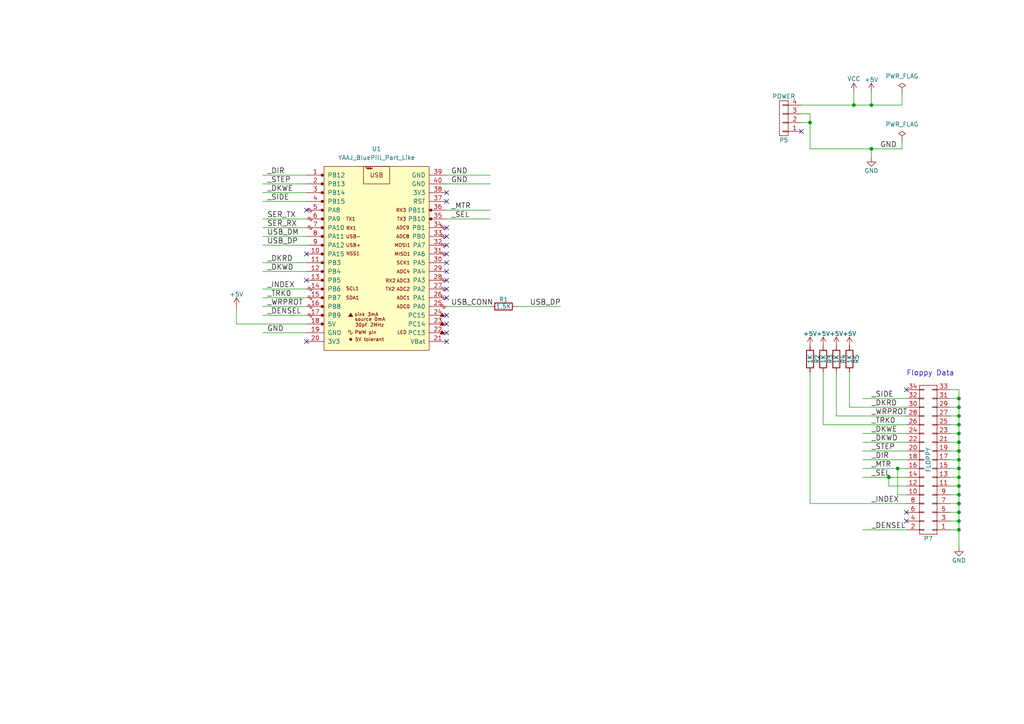
<source format=kicad_sch>
(kicad_sch (version 20211123) (generator eeschema)
  (paper "A4")
  (title_block (title "FlashFloppy") (date "2016-11-13") (rev "TB161") (company "Keir Fraser") (comment 1 "DRAFT - Not For Production"))
  (lib_symbols
    (symbol "GW-rescue:CONN_01X04" (pin_names (offset 1.016) hide)
      (property "Reference" "P" (at 0 6.35 0))
      (property "Value" "CONN_01X04" (at 2.54 0 90))
      (symbol "CONN_01X04_0_1"
        (rectangle (start -1.27 -3.683) (end 0.254 -3.937))
        (rectangle (start -1.27 -1.143) (end 0.254 -1.397))
        (rectangle (start -1.27 1.397) (end 0.254 1.143))
        (rectangle (start -1.27 3.937) (end 0.254 3.683))
        (rectangle (start -1.27 5.08) (end 1.27 -5.08))
      )
      (symbol "CONN_01X04_1_1"
        (pin passive line (at -5.08 3.81 0) (length 3.81) (name "P1") (number "1"))
        (pin passive line (at -5.08 1.27 0) (length 3.81) (name "P2") (number "2"))
        (pin passive line (at -5.08 -1.27 0) (length 3.81) (name "P3") (number "3"))
        (pin passive line (at -5.08 -3.81 0) (length 3.81) (name "P4") (number "4"))
      )
    )
    (symbol "GW-rescue:CONN_02X17" (pin_names (offset 0.0254) hide)
      (property "Reference" "P" (at 0 22.86 0))
      (property "Value" "CONN_02X17" (at 0 0 90))
      (symbol "CONN_02X17_0_1"
        (rectangle (start -2.54 -20.193) (end -1.27 -20.447))
        (rectangle (start -2.54 -17.653) (end -1.27 -17.907))
        (rectangle (start -2.54 -15.113) (end -1.27 -15.367))
        (rectangle (start -2.54 -12.573) (end -1.27 -12.827))
        (rectangle (start -2.54 -10.033) (end -1.27 -10.287))
        (rectangle (start -2.54 -7.493) (end -1.27 -7.747))
        (rectangle (start -2.54 -4.953) (end -1.27 -5.207))
        (rectangle (start -2.54 -2.413) (end -1.27 -2.667))
        (rectangle (start -2.54 0.127) (end -1.27 -0.127))
        (rectangle (start -2.54 2.667) (end -1.27 2.413))
        (rectangle (start -2.54 5.207) (end -1.27 4.953))
        (rectangle (start -2.54 7.747) (end -1.27 7.493))
        (rectangle (start -2.54 10.287) (end -1.27 10.033))
        (rectangle (start -2.54 12.827) (end -1.27 12.573))
        (rectangle (start -2.54 15.367) (end -1.27 15.113))
        (rectangle (start -2.54 17.907) (end -1.27 17.653))
        (rectangle (start -2.54 20.447) (end -1.27 20.193))
        (rectangle (start -2.54 21.59) (end 2.54 -21.59))
        (rectangle (start 1.27 -20.193) (end 2.54 -20.447))
        (rectangle (start 1.27 -17.653) (end 2.54 -17.907))
        (rectangle (start 1.27 -15.113) (end 2.54 -15.367))
        (rectangle (start 1.27 -12.573) (end 2.54 -12.827))
        (rectangle (start 1.27 -10.033) (end 2.54 -10.287))
        (rectangle (start 1.27 -7.493) (end 2.54 -7.747))
        (rectangle (start 1.27 -4.953) (end 2.54 -5.207))
        (rectangle (start 1.27 -2.413) (end 2.54 -2.667))
        (rectangle (start 1.27 0.127) (end 2.54 -0.127))
        (rectangle (start 1.27 2.667) (end 2.54 2.413))
        (rectangle (start 1.27 5.207) (end 2.54 4.953))
        (rectangle (start 1.27 7.747) (end 2.54 7.493))
        (rectangle (start 1.27 10.287) (end 2.54 10.033))
        (rectangle (start 1.27 12.827) (end 2.54 12.573))
        (rectangle (start 1.27 15.367) (end 2.54 15.113))
        (rectangle (start 1.27 17.907) (end 2.54 17.653))
        (rectangle (start 1.27 20.447) (end 2.54 20.193))
      )
      (symbol "CONN_02X17_1_1"
        (pin passive line (at -6.35 20.32 0) (length 3.81) (name "P1") (number "1"))
        (pin passive line (at 6.35 10.16 180) (length 3.81) (name "P10") (number "10"))
        (pin passive line (at -6.35 7.62 0) (length 3.81) (name "P11") (number "11"))
        (pin passive line (at 6.35 7.62 180) (length 3.81) (name "P12") (number "12"))
        (pin passive line (at -6.35 5.08 0) (length 3.81) (name "P13") (number "13"))
        (pin passive line (at 6.35 5.08 180) (length 3.81) (name "P14") (number "14"))
        (pin passive line (at -6.35 2.54 0) (length 3.81) (name "P15") (number "15"))
        (pin passive line (at 6.35 2.54 180) (length 3.81) (name "P16") (number "16"))
        (pin passive line (at -6.35 0 0) (length 3.81) (name "P17") (number "17"))
        (pin passive line (at 6.35 0 180) (length 3.81) (name "P18") (number "18"))
        (pin passive line (at -6.35 -2.54 0) (length 3.81) (name "P19") (number "19"))
        (pin passive line (at 6.35 20.32 180) (length 3.81) (name "P2") (number "2"))
        (pin passive line (at 6.35 -2.54 180) (length 3.81) (name "P20") (number "20"))
        (pin passive line (at -6.35 -5.08 0) (length 3.81) (name "P21") (number "21"))
        (pin passive line (at 6.35 -5.08 180) (length 3.81) (name "P22") (number "22"))
        (pin passive line (at -6.35 -7.62 0) (length 3.81) (name "P23") (number "23"))
        (pin passive line (at 6.35 -7.62 180) (length 3.81) (name "P24") (number "24"))
        (pin passive line (at -6.35 -10.16 0) (length 3.81) (name "P25") (number "25"))
        (pin passive line (at 6.35 -10.16 180) (length 3.81) (name "P26") (number "26"))
        (pin passive line (at -6.35 -12.7 0) (length 3.81) (name "P27") (number "27"))
        (pin passive line (at 6.35 -12.7 180) (length 3.81) (name "P28") (number "28"))
        (pin passive line (at -6.35 -15.24 0) (length 3.81) (name "P29") (number "29"))
        (pin passive line (at -6.35 17.78 0) (length 3.81) (name "P3") (number "3"))
        (pin passive line (at 6.35 -15.24 180) (length 3.81) (name "P30") (number "30"))
        (pin passive line (at -6.35 -17.78 0) (length 3.81) (name "P31") (number "31"))
        (pin passive line (at 6.35 -17.78 180) (length 3.81) (name "P32") (number "32"))
        (pin passive line (at -6.35 -20.32 0) (length 3.81) (name "P33") (number "33"))
        (pin passive line (at 6.35 -20.32 180) (length 3.81) (name "P34") (number "34"))
        (pin passive line (at 6.35 17.78 180) (length 3.81) (name "P4") (number "4"))
        (pin passive line (at -6.35 15.24 0) (length 3.81) (name "P5") (number "5"))
        (pin passive line (at 6.35 15.24 180) (length 3.81) (name "P6") (number "6"))
        (pin passive line (at -6.35 12.7 0) (length 3.81) (name "P7") (number "7"))
        (pin passive line (at 6.35 12.7 180) (length 3.81) (name "P8") (number "8"))
        (pin passive line (at -6.35 10.16 0) (length 3.81) (name "P9") (number "9"))
      )
    )
    (symbol "GW-rescue:R" (pin_numbers hide) (pin_names (offset 0))
      (property "Reference" "R" (at 2.032 0 90))
      (property "Value" "R" (at 0 0 90))
      (symbol "R_0_1"
        (rectangle (start -1.016 -2.54) (end 1.016 2.54) (stroke (width 0.254)))
      )
      (symbol "R_1_1"
        (pin passive line (at 0 3.81 270) (length 1.27) (name "~") (number "1"))
        (pin passive line (at 0 -3.81 90) (length 1.27) (name "~") (number "2"))
      )
    )
    (symbol "YAAJ_BluePill_Part_Like:YAAJ_BluePill_Part_Like" (pin_names (offset 1.016))
      (property "Reference" "U" (at -12.7 25.4 0))
      (property "Value" "YAAJ_BluePill_Part_Like" (at 0 2.54 90))
      (symbol "YAAJ_BluePill_Part_Like_0_0"
        (circle (center -15.748 -20.32) (radius 0.3556) (fill (type outline)))
        (circle (center -15.748 -17.78) (radius 0.3556) (fill (type outline)))
        (circle (center -15.748 -15.24) (radius 0.3556) (fill (type outline)))
        (circle (center -15.748 -12.7) (radius 0.3556) (fill (type outline)))
        (circle (center -15.748 -10.16) (radius 0.3556) (fill (type outline)))
        (circle (center -15.748 -7.62) (radius 0.3556) (fill (type outline)))
        (circle (center -15.748 -5.08) (radius 0.3556) (fill (type outline)))
        (circle (center -15.748 -2.54) (radius 0.3556) (fill (type outline)))
        (circle (center -15.748 0) (radius 0.3556) (fill (type outline)))
        (circle (center -15.748 2.54) (radius 0.3556) (fill (type outline)))
        (circle (center -15.748 5.08) (radius 0.3556) (fill (type outline)))
        (circle (center -15.748 7.62) (radius 0.3556) (fill (type outline)))
        (circle (center -15.748 10.16) (radius 0.3556) (fill (type outline)))
        (circle (center -15.748 12.7) (radius 0.3556) (fill (type outline)))
        (circle (center -15.748 15.24) (radius 0.3556) (fill (type outline)))
        (circle (center -15.748 17.78) (radius 0.3556) (fill (type outline)))
        (circle (center -15.748 22.86) (radius 0.3556) (fill (type outline)))
        (circle (center -7.493 -24.765) (radius 0.127) (fill (type outline)))
        (circle (center -7.493 -24.765) (radius 0.254))
        (circle (center -7.493 -24.765) (radius 0.3556))
        (polyline (pts (xy -8.128 -18.161) (xy -7.493 -17.145) (xy -6.858 -18.161) (xy -8.128 -18.161) (xy -7.493 -17.272) (xy -6.985 -18.161) (xy -8.001 -18.034) (xy -7.493 -17.399) (xy -7.112 -18.161) (xy -7.874 -17.907) (xy -7.366 -17.526) (xy -7.239 -18.161) (xy -7.747 -17.78) (xy -7.239 -17.653) (xy -7.366 -18.034) (xy -7.62 -17.78) (xy -7.366 -17.907) (xy -7.493 -17.653)))
        (polyline (pts (xy 18.415 -23.241) (xy 19.05 -22.225) (xy 19.685 -23.241) (xy 18.415 -23.241) (xy 19.05 -22.352) (xy 19.558 -23.241) (xy 18.542 -23.114) (xy 19.05 -22.479) (xy 19.431 -23.241) (xy 18.669 -22.987) (xy 19.177 -22.606) (xy 19.304 -23.241) (xy 18.796 -22.86) (xy 19.304 -22.733) (xy 19.177 -23.114) (xy 18.923 -22.86) (xy 19.177 -22.987) (xy 19.05 -22.733)))
        (polyline (pts (xy 18.415 -20.701) (xy 19.05 -19.685) (xy 19.685 -20.701) (xy 18.415 -20.701) (xy 19.05 -19.812) (xy 19.558 -20.701) (xy 18.542 -20.574) (xy 19.05 -19.939) (xy 19.431 -20.701) (xy 18.669 -20.447) (xy 19.177 -20.066) (xy 19.304 -20.701) (xy 18.796 -20.32) (xy 19.304 -20.193) (xy 19.177 -20.574) (xy 18.923 -20.32) (xy 19.177 -20.447) (xy 19.05 -20.193)))
        (polyline (pts (xy 18.415 -18.161) (xy 19.05 -17.145) (xy 19.685 -18.161) (xy 18.415 -18.161) (xy 19.05 -17.272) (xy 19.558 -18.161) (xy 18.542 -18.034) (xy 19.05 -17.399) (xy 19.431 -18.161) (xy 18.669 -17.907) (xy 19.177 -17.526) (xy 19.304 -18.161) (xy 18.796 -17.78) (xy 19.304 -17.653) (xy 19.177 -18.034) (xy 18.923 -17.78) (xy 19.177 -17.907) (xy 19.05 -17.653)))
        (circle (center 15.748 10.16) (radius 0.254) (fill (type outline)))
        (circle (center 15.748 10.16) (radius 0.3556))
        (circle (center 15.748 12.7) (radius 0.254) (fill (type outline)))
        (circle (center 15.748 12.7) (radius 0.3556))
        (text "30pF 2MHz" (at -2.032 -20.574 0) (effects (font (size 0.9906 0.9906))))
        (text "5V tolerant" (at -2.032 -24.765 0) (effects (font (size 0.9906 0.9906))))
        (text "ADC0" (at 7.747 -15.24 0) (effects (font (size 0.9906 0.9906))))
        (text "ADC1" (at 7.747 -12.7 0) (effects (font (size 0.9906 0.9906))))
        (text "ADC2" (at 7.747 -10.16 0) (effects (font (size 0.9906 0.9906))))
        (text "ADC3" (at 7.747 -7.747 0) (effects (font (size 0.9906 0.9906))))
        (text "ADC4" (at 7.747 -5.08 0) (effects (font (size 0.9906 0.9906))))
        (text "ADC8" (at 7.62 5.08 0) (effects (font (size 0.9906 0.9906))))
        (text "ADC9" (at 7.62 7.62 0) (effects (font (size 0.9906 0.9906))))
        (text "LED" (at 7.366 -22.733 0) (effects (font (size 0.9906 0.9906))))
        (text "MISO1" (at 7.493 0 0) (effects (font (size 0.9906 0.9906))))
        (text "MOSI1" (at 7.493 2.54 0) (effects (font (size 0.9906 0.9906))))
        (text "NSS1" (at -6.858 0.127 0) (effects (font (size 0.9906 0.9906))))
        (text "PWM pin" (at -3.175 -22.733 0) (effects (font (size 0.9906 0.9906))))
        (text "RX1" (at -7.366 7.493 0) (effects (font (size 0.9906 0.9906))))
        (text "RX2" (at 4.064 -7.747 0) (effects (font (size 0.9906 0.9906))))
        (text "RX3" (at 7.112 12.7 0) (effects (font (size 0.9906 0.9906))))
        (text "SCK1" (at 7.747 -2.54 0) (effects (font (size 0.9906 0.9906))))
        (text "SCL1" (at -6.985 -10.033 0) (effects (font (size 0.9906 0.9906))))
        (text "SDA1" (at -6.985 -12.7 0) (effects (font (size 0.9906 0.9906))))
        (text "sink 3mA" (at -2.921 -17.526 0) (effects (font (size 0.9906 0.9906))))
        (text "source 0mA" (at -1.905 -18.923 0) (effects (font (size 0.9906 0.9906))))
        (text "TX1" (at -7.493 10.16 0) (effects (font (size 0.9906 0.9906))))
        (text "TX2" (at 3.937 -10.16 0) (effects (font (size 0.9906 0.9906))))
        (text "TX3" (at 7.239 10.16 0) (effects (font (size 0.9906 0.9906))))
        (text "USB" (at 0 22.86 0) (effects (font (size 1.27 1.27))))
        (text "USB+" (at -6.731 2.54 0) (effects (font (size 0.9906 0.9906))))
        (text "USB-" (at -6.731 5.08 0) (effects (font (size 0.9906 0.9906))))
        (text "Y@@J" (at -2.159 24.892 0) (effects (font (size 0.508 0.508))))
      )
      (symbol "YAAJ_BluePill_Part_Like_0_1"
        (rectangle (start -15.24 25.4) (end 15.24 -27.94) (fill (type background)))
        (polyline (pts (xy -18.796 -17.78) (xy -18.796 -18.288) (xy -19.304 -18.288) (xy -19.304 -17.272) (xy -19.812 -17.272) (xy -19.812 -17.78)))
        (polyline (pts (xy -18.796 -15.24) (xy -18.796 -15.748) (xy -19.304 -15.748) (xy -19.304 -14.732) (xy -19.812 -14.732) (xy -19.812 -15.24)))
        (polyline (pts (xy -18.796 -12.7) (xy -18.796 -13.208) (xy -19.304 -13.208) (xy -19.304 -12.192) (xy -19.812 -12.192) (xy -19.812 -12.7)))
        (polyline (pts (xy -18.796 -10.16) (xy -18.796 -10.668) (xy -19.304 -10.668) (xy -19.304 -9.652) (xy -19.812 -9.652) (xy -19.812 -10.16)))
        (polyline (pts (xy -18.796 7.62) (xy -18.796 7.112) (xy -19.304 7.112) (xy -19.304 8.128) (xy -19.812 8.128) (xy -19.812 7.62)))
        (polyline (pts (xy -18.796 10.16) (xy -18.796 9.652) (xy -19.304 9.652) (xy -19.304 10.668) (xy -19.812 10.668) (xy -19.812 10.16)))
        (polyline (pts (xy -18.796 12.7) (xy -18.796 12.192) (xy -19.304 12.192) (xy -19.304 13.208) (xy -19.812 13.208) (xy -19.812 12.7)))
        (polyline (pts (xy -7.112 -22.733) (xy -7.112 -23.241) (xy -7.62 -23.241) (xy -7.62 -22.225) (xy -8.128 -22.225) (xy -8.128 -22.733)))
        (polyline (pts (xy 19.812 -15.24) (xy 19.812 -15.748) (xy 19.304 -15.748) (xy 19.304 -14.732) (xy 18.796 -14.732) (xy 18.796 -15.24)))
        (polyline (pts (xy 19.812 -12.7) (xy 19.812 -13.208) (xy 19.304 -13.208) (xy 19.304 -12.192) (xy 18.796 -12.192) (xy 18.796 -12.7)))
        (polyline (pts (xy 19.812 -10.16) (xy 19.812 -10.668) (xy 19.304 -10.668) (xy 19.304 -9.652) (xy 18.796 -9.652) (xy 18.796 -10.16)))
        (polyline (pts (xy 19.812 -7.62) (xy 19.812 -8.128) (xy 19.304 -8.128) (xy 19.304 -7.112) (xy 18.796 -7.112) (xy 18.796 -7.62)))
        (polyline (pts (xy 19.812 0) (xy 19.812 -0.508) (xy 19.304 -0.508) (xy 19.304 0.508) (xy 18.796 0.508) (xy 18.796 0)))
        (polyline (pts (xy 19.812 2.54) (xy 19.812 2.032) (xy 19.304 2.032) (xy 19.304 3.048) (xy 18.796 3.048) (xy 18.796 2.54)))
        (polyline (pts (xy 19.812 5.08) (xy 19.812 4.572) (xy 19.304 4.572) (xy 19.304 5.588) (xy 18.796 5.588) (xy 18.796 5.08)))
        (polyline (pts (xy 19.812 7.62) (xy 19.812 7.112) (xy 19.304 7.112) (xy 19.304 8.128) (xy 18.796 8.128) (xy 18.796 7.62)))
        (rectangle (start 3.81 25.4) (end -3.81 20.32))
      )
      (symbol "YAAJ_BluePill_Part_Like_1_1"
        (circle (center -15.748 20.32) (radius 0.3556) (fill (type outline)))
        (pin bidirectional line (at -20.32 22.86 0) (length 5.08) (name "PB12") (number "1"))
        (pin bidirectional line (at -20.32 0 0) (length 5.08) (name "PA15") (number "10"))
        (pin bidirectional line (at -20.32 -2.54 0) (length 5.08) (name "PB3") (number "11"))
        (pin bidirectional line (at -20.32 -5.08 0) (length 5.08) (name "PB4") (number "12"))
        (pin bidirectional line (at -20.32 -7.62 0) (length 5.08) (name "PB5") (number "13"))
        (pin bidirectional line (at -20.32 -10.16 0) (length 5.08) (name "PB6") (number "14"))
        (pin bidirectional line (at -20.32 -12.7 0) (length 5.08) (name "PB7") (number "15"))
        (pin bidirectional line (at -20.32 -15.24 0) (length 5.08) (name "PB8") (number "16"))
        (pin bidirectional line (at -20.32 -17.78 0) (length 5.08) (name "PB9") (number "17"))
        (pin power_in line (at -20.32 -20.32 0) (length 5.08) (name "5V") (number "18"))
        (pin power_in line (at -20.32 -22.86 0) (length 5.08) (name "GND") (number "19"))
        (pin bidirectional line (at -20.32 20.32 0) (length 5.08) (name "PB13") (number "2"))
        (pin power_in line (at -20.32 -25.4 0) (length 5.08) (name "3V3") (number "20"))
        (pin power_in line (at 20.32 -25.4 180) (length 5.08) (name "VBat") (number "21"))
        (pin bidirectional line (at 20.32 -22.86 180) (length 5.08) (name "PC13") (number "22"))
        (pin bidirectional line (at 20.32 -20.32 180) (length 5.08) (name "PC14") (number "23"))
        (pin bidirectional line (at 20.32 -17.78 180) (length 5.08) (name "PC15") (number "24"))
        (pin bidirectional line (at 20.32 -15.24 180) (length 5.08) (name "PA0") (number "25"))
        (pin bidirectional line (at 20.32 -12.7 180) (length 5.08) (name "PA1") (number "26"))
        (pin bidirectional line (at 20.32 -10.16 180) (length 5.08) (name "PA2") (number "27"))
        (pin bidirectional line (at 20.32 -7.62 180) (length 5.08) (name "PA3") (number "28"))
        (pin bidirectional line (at 20.32 -5.08 180) (length 5.08) (name "PA4") (number "29"))
        (pin bidirectional line (at -20.32 17.78 0) (length 5.08) (name "PB14") (number "3"))
        (pin bidirectional line (at 20.32 -2.54 180) (length 5.08) (name "PA5") (number "30"))
        (pin bidirectional line (at 20.32 0 180) (length 5.08) (name "PA6") (number "31"))
        (pin bidirectional line (at 20.32 2.54 180) (length 5.08) (name "PA7") (number "32"))
        (pin bidirectional line (at 20.32 5.08 180) (length 5.08) (name "PB0") (number "33"))
        (pin bidirectional line (at 20.32 7.62 180) (length 5.08) (name "PB1") (number "34"))
        (pin bidirectional line (at 20.32 10.16 180) (length 5.08) (name "PB10") (number "35"))
        (pin bidirectional line (at 20.32 12.7 180) (length 5.08) (name "PB11") (number "36"))
        (pin input line (at 20.32 15.24 180) (length 5.08) (name "RST") (number "37"))
        (pin power_in line (at 20.32 17.78 180) (length 5.08) (name "3V3") (number "38"))
        (pin power_in line (at 20.32 22.86 180) (length 5.08) (name "GND") (number "39"))
        (pin bidirectional line (at -20.32 15.24 0) (length 5.08) (name "PB15") (number "4"))
        (pin power_in line (at 20.32 20.32 180) (length 5.08) (name "GND") (number "40"))
        (pin bidirectional line (at -20.32 12.7 0) (length 5.08) (name "PA8") (number "5"))
        (pin bidirectional line (at -20.32 10.16 0) (length 5.08) (name "PA9") (number "6"))
        (pin bidirectional line (at -20.32 7.62 0) (length 5.08) (name "PA10") (number "7"))
        (pin bidirectional line (at -20.32 5.08 0) (length 5.08) (name "PA11") (number "8"))
        (pin bidirectional line (at -20.32 2.54 0) (length 5.08) (name "PA12") (number "9"))
      )
    )
    (symbol "power:+5V" (power) (pin_names (offset 0))
      (property "Value" "+5V" (at 0 3.556 0))
      (symbol "+5V_0_1"
        (polyline (pts (xy -0.762 1.27) (xy 0 2.54)))
        (polyline (pts (xy 0 0) (xy 0 2.54)))
        (polyline (pts (xy 0 2.54) (xy 0.762 1.27)))
      )
      (symbol "+5V_1_1"
        (pin power_in line (at 0 0 90) (length 0) hide (name "+5V") (number "1"))
      )
    )
    (symbol "power:GND" (power) (pin_names (offset 0))
      (property "Value" "GND" (at 0 -3.81 0))
      (symbol "GND_0_1"
        (polyline (pts (xy 0 0) (xy 0 -1.27) (xy 1.27 -1.27) (xy 0 -2.54) (xy -1.27 -1.27) (xy 0 -1.27)))
      )
      (symbol "GND_1_1"
        (pin power_in line (at 0 0 270) (length 0) hide (name "GND") (number "1"))
      )
    )
    (symbol "power:PWR_FLAG" (power) (pin_numbers hide) (pin_names (offset 0) hide)
      (property "Value" "PWR_FLAG" (at 0 3.81 0))
      (symbol "PWR_FLAG_0_0"
        (pin power_out line (at 0 0 90) (length 0) (name "pwr") (number "1"))
      )
      (symbol "PWR_FLAG_0_1"
        (polyline (pts (xy 0 0) (xy 0 1.27) (xy -1.016 1.905) (xy 0 2.54) (xy 1.016 1.905) (xy 0 1.27)))
      )
    )
    (symbol "power:VCC" (power) (pin_names (offset 0))
      (property "Value" "VCC" (at 0 3.81 0))
      (symbol "VCC_0_1"
        (polyline (pts (xy -0.762 1.27) (xy 0 2.54)))
        (polyline (pts (xy 0 0) (xy 0 2.54)))
        (polyline (pts (xy 0 2.54) (xy 0.762 1.27)))
      )
      (symbol "VCC_1_1"
        (pin power_in line (at 0 0 90) (length 0) hide (name "VCC") (number "1"))
      )
    )
  )
  (junction (at 278.13 138.43))
  (junction (at 252.73 30.48))
  (junction (at 257.81 138.43))
  (junction (at 278.13 115.57))
  (junction (at 234.95 35.56))
  (junction (at 278.13 151.13))
  (junction (at 278.13 135.89))
  (junction (at 278.13 123.19))
  (junction (at 278.13 140.97))
  (junction (at 278.13 120.65))
  (junction (at 278.13 118.11))
  (junction (at 278.13 128.27))
  (junction (at 278.13 143.51))
  (junction (at 252.73 43.18))
  (junction (at 278.13 133.35))
  (junction (at 278.13 148.59))
  (junction (at 278.13 146.05))
  (junction (at 278.13 130.81))
  (junction (at 247.65 30.48))
  (junction (at 260.35 135.89))
  (junction (at 278.13 125.73))
  (junction (at 278.13 153.67))
  (no_connect (at 88.9 73.66))
  (no_connect (at 129.54 81.28))
  (no_connect (at 129.54 91.44))
  (no_connect (at 262.89 151.13))
  (no_connect (at 129.54 96.52))
  (no_connect (at 129.54 73.66))
  (no_connect (at 129.54 66.04))
  (no_connect (at 88.9 60.96))
  (no_connect (at 129.54 71.12))
  (no_connect (at 129.54 78.74))
  (no_connect (at 88.9 81.28))
  (no_connect (at 88.9 99.06))
  (no_connect (at 129.54 99.06))
  (no_connect (at 129.54 93.98))
  (no_connect (at 232.41 38.1))
  (no_connect (at 129.54 83.82))
  (no_connect (at 262.89 113.03))
  (no_connect (at 129.54 76.2))
  (no_connect (at 129.54 86.36))
  (no_connect (at 129.54 58.42))
  (no_connect (at 129.54 55.88))
  (no_connect (at 262.89 148.59))
  (no_connect (at 129.54 68.58))
  (wire (pts (xy 129.54 60.96) (xy 142.24 60.96)))
  (wire (pts (xy 275.59 146.05) (xy 278.13 146.05)))
  (wire (pts (xy 252.73 26.67) (xy 252.73 30.48)))
  (wire (pts (xy 88.9 50.8) (xy 76.2 50.8)))
  (wire (pts (xy 278.13 146.05) (xy 278.13 148.59)))
  (wire (pts (xy 257.81 138.43) (xy 250.19 138.43)))
  (wire (pts (xy 129.54 88.9) (xy 142.24 88.9)))
  (wire (pts (xy 262.89 115.57) (xy 250.19 115.57)))
  (wire (pts (xy 142.24 63.5) (xy 129.54 63.5)))
  (wire (pts (xy 278.13 153.67) (xy 278.13 158.75)))
  (wire (pts (xy 262.89 135.89) (xy 260.35 135.89)))
  (wire (pts (xy 275.59 133.35) (xy 278.13 133.35)))
  (wire (pts (xy 262.89 138.43) (xy 257.81 138.43)))
  (wire (pts (xy 275.59 118.11) (xy 278.13 118.11)))
  (wire (pts (xy 278.13 148.59) (xy 278.13 151.13)))
  (wire (pts (xy 278.13 133.35) (xy 278.13 135.89)))
  (wire (pts (xy 232.41 33.02) (xy 234.95 33.02)))
  (wire (pts (xy 278.13 140.97) (xy 278.13 143.51)))
  (wire (pts (xy 88.9 66.04) (xy 76.2 66.04)))
  (wire (pts (xy 76.2 68.58) (xy 88.9 68.58)))
  (wire (pts (xy 275.59 143.51) (xy 278.13 143.51)))
  (wire (pts (xy 246.38 118.11) (xy 262.89 118.11)))
  (wire (pts (xy 278.13 120.65) (xy 278.13 123.19)))
  (wire (pts (xy 88.9 83.82) (xy 76.2 83.82)))
  (wire (pts (xy 76.2 88.9) (xy 88.9 88.9)))
  (wire (pts (xy 76.2 96.52) (xy 88.9 96.52)))
  (wire (pts (xy 232.41 30.48) (xy 247.65 30.48)))
  (wire (pts (xy 238.76 123.19) (xy 262.89 123.19)))
  (wire (pts (xy 275.59 113.03) (xy 278.13 113.03)))
  (wire (pts (xy 278.13 118.11) (xy 278.13 120.65)))
  (wire (pts (xy 234.95 146.05) (xy 234.95 107.95)))
  (wire (pts (xy 275.59 148.59) (xy 278.13 148.59)))
  (wire (pts (xy 278.13 138.43) (xy 278.13 140.97)))
  (wire (pts (xy 88.9 76.2) (xy 76.2 76.2)))
  (wire (pts (xy 278.13 113.03) (xy 278.13 115.57)))
  (wire (pts (xy 76.2 55.88) (xy 88.9 55.88)))
  (wire (pts (xy 278.13 128.27) (xy 278.13 130.81)))
  (wire (pts (xy 275.59 130.81) (xy 278.13 130.81)))
  (wire (pts (xy 262.89 130.81) (xy 250.19 130.81)))
  (wire (pts (xy 68.58 93.98) (xy 68.58 88.9)))
  (wire (pts (xy 246.38 118.11) (xy 246.38 107.95)))
  (wire (pts (xy 252.73 30.48) (xy 261.62 30.48)))
  (wire (pts (xy 88.9 53.34) (xy 76.2 53.34)))
  (wire (pts (xy 278.13 143.51) (xy 278.13 146.05)))
  (wire (pts (xy 129.54 50.8) (xy 142.24 50.8)))
  (wire (pts (xy 149.86 88.9) (xy 162.56 88.9)))
  (wire (pts (xy 76.2 78.74) (xy 88.9 78.74)))
  (wire (pts (xy 232.41 35.56) (xy 234.95 35.56)))
  (wire (pts (xy 88.9 58.42) (xy 76.2 58.42)))
  (wire (pts (xy 275.59 138.43) (xy 278.13 138.43)))
  (wire (pts (xy 278.13 151.13) (xy 278.13 153.67)))
  (wire (pts (xy 88.9 86.36) (xy 76.2 86.36)))
  (wire (pts (xy 262.89 125.73) (xy 250.19 125.73)))
  (wire (pts (xy 275.59 123.19) (xy 278.13 123.19)))
  (wire (pts (xy 234.95 35.56) (xy 234.95 43.18)))
  (wire (pts (xy 247.65 30.48) (xy 252.73 30.48)))
  (wire (pts (xy 76.2 91.44) (xy 88.9 91.44)))
  (wire (pts (xy 76.2 63.5) (xy 88.9 63.5)))
  (wire (pts (xy 261.62 30.48) (xy 261.62 26.67)))
  (wire (pts (xy 257.81 140.97) (xy 257.81 138.43)))
  (wire (pts (xy 275.59 115.57) (xy 278.13 115.57)))
  (wire (pts (xy 129.54 53.34) (xy 142.24 53.34)))
  (wire (pts (xy 252.73 43.18) (xy 261.62 43.18)))
  (wire (pts (xy 247.65 30.48) (xy 247.65 26.67)))
  (wire (pts (xy 275.59 120.65) (xy 278.13 120.65)))
  (wire (pts (xy 234.95 146.05) (xy 262.89 146.05)))
  (wire (pts (xy 278.13 153.67) (xy 275.59 153.67)))
  (wire (pts (xy 278.13 135.89) (xy 278.13 138.43)))
  (wire (pts (xy 278.13 115.57) (xy 278.13 118.11)))
  (wire (pts (xy 275.59 140.97) (xy 278.13 140.97)))
  (wire (pts (xy 278.13 130.81) (xy 278.13 133.35)))
  (wire (pts (xy 262.89 128.27) (xy 250.19 128.27)))
  (wire (pts (xy 275.59 128.27) (xy 278.13 128.27)))
  (wire (pts (xy 234.95 33.02) (xy 234.95 35.56)))
  (wire (pts (xy 262.89 133.35) (xy 250.19 133.35)))
  (wire (pts (xy 275.59 135.89) (xy 278.13 135.89)))
  (wire (pts (xy 252.73 43.18) (xy 252.73 45.72)))
  (wire (pts (xy 275.59 125.73) (xy 278.13 125.73)))
  (wire (pts (xy 260.35 143.51) (xy 260.35 135.89)))
  (wire (pts (xy 88.9 71.12) (xy 76.2 71.12)))
  (wire (pts (xy 238.76 123.19) (xy 238.76 107.95)))
  (wire (pts (xy 242.57 120.65) (xy 262.89 120.65)))
  (wire (pts (xy 262.89 140.97) (xy 257.81 140.97)))
  (wire (pts (xy 260.35 135.89) (xy 250.19 135.89)))
  (wire (pts (xy 278.13 125.73) (xy 278.13 128.27)))
  (wire (pts (xy 275.59 151.13) (xy 278.13 151.13)))
  (wire (pts (xy 234.95 43.18) (xy 252.73 43.18)))
  (wire (pts (xy 250.19 153.67) (xy 262.89 153.67)))
  (wire (pts (xy 261.62 43.18) (xy 261.62 40.64)))
  (wire (pts (xy 278.13 123.19) (xy 278.13 125.73)))
  (wire (pts (xy 88.9 93.98) (xy 68.58 93.98)))
  (wire (pts (xy 262.89 143.51) (xy 260.35 143.51)))
  (wire (pts (xy 242.57 120.65) (xy 242.57 107.95)))
  (text "Floppy Data\n" (at 262.89 109.22 0) (effects (font (size 1.524 1.524)) (justify left bottom)))
  (label "_TRK0" (at 252.73 123.19 0) (effects (font (size 1.524 1.524))))
  (label "GND" (at 130.81 50.8 0) (effects (font (size 1.524 1.524))))
  (label "_DKWD" (at 252.73 128.27 0) (effects (font (size 1.524 1.524))))
  (label "USB_DP" (at 153.67 88.9 0) (effects (font (size 1.524 1.524))))
  (label "GND" (at 130.81 53.34 0) (effects (font (size 1.524 1.524))))
  (label "_MTR" (at 130.81 60.96 0) (effects (font (size 1.524 1.524))))
  (label "_STEP" (at 77.47 53.34 0) (effects (font (size 1.524 1.524))))
  (label "_DIR" (at 252.73 133.35 0) (effects (font (size 1.524 1.524))))
  (label "_DKWE" (at 252.73 125.73 0) (effects (font (size 1.524 1.524))))
  (label "_WRPROT" (at 77.47 88.9 0) (effects (font (size 1.524 1.524))))
  (label "_INDEX" (at 77.47 83.82 0) (effects (font (size 1.524 1.524))))
  (label "_SEL" (at 252.73 138.43 0) (effects (font (size 1.524 1.524))))
  (label "_DKRD" (at 252.73 118.11 0) (effects (font (size 1.524 1.524))))
  (label "_DIR" (at 77.47 50.8 0) (effects (font (size 1.524 1.524))))
  (label "SER_RX" (at 77.47 66.04 0) (effects (font (size 1.524 1.524))))
  (label "_DKWD" (at 77.47 78.74 0) (effects (font (size 1.524 1.524))))
  (label "_WRPROT" (at 252.73 120.65 0) (effects (font (size 1.524 1.524))))
  (label "_DENSEL" (at 77.47 91.44 0) (effects (font (size 1.524 1.524))))
  (label "USB_CONN" (at 130.81 88.9 0) (effects (font (size 1.524 1.524))))
  (label "SER_TX" (at 77.47 63.5 0) (effects (font (size 1.524 1.524))))
  (label "_SIDE" (at 77.47 58.42 0) (effects (font (size 1.524 1.524))))
  (label "_STEP" (at 252.73 130.81 0) (effects (font (size 1.524 1.524))))
  (label "_TRK0" (at 77.47 86.36 0) (effects (font (size 1.524 1.524))))
  (label "_DENSEL" (at 252.73 153.67 0) (effects (font (size 1.524 1.524))))
  (label "GND" (at 255.27 43.18 0) (effects (font (size 1.524 1.524))))
  (label "_INDEX" (at 252.73 146.05 0) (effects (font (size 1.524 1.524))))
  (label "_DKWE" (at 77.47 55.88 0) (effects (font (size 1.524 1.524))))
  (label "_SEL" (at 130.81 63.5 0) (effects (font (size 1.524 1.524))))
  (label "GND" (at 77.47 96.52 0) (effects (font (size 1.524 1.524))))
  (label "_MTR" (at 252.73 135.89 0) (effects (font (size 1.524 1.524))))
  (label "_DKRD" (at 77.47 76.2 0) (effects (font (size 1.524 1.524))))
  (label "USB_DP" (at 77.47 71.12 0) (effects (font (size 1.524 1.524))))
  (label "_SIDE" (at 252.73 115.57 0) (effects (font (size 1.524 1.524))))
  (label "USB_DM" (at 77.47 68.58 0) (effects (font (size 1.524 1.524))))
  (symbol (lib_id "GW-rescue:CONN_02X17") (at 269.24 133.35 180) (unit 1)
    (property "Reference" "P7" (at 269.24 156.21 0))
    (property "Value" "FLOPPY" (at 269.24 133.35 90))
    (property "Footprint" "Connector_PinHeader_2.54mm:PinHeader_2x17_P2.54mm_Vertical" (effects hide))
  )
  (symbol (lib_id "power:GND") (at 278.13 158.75 0) (unit 1)
    (property "Reference" "#PWR01" (effects hide))
    (property "Value" "GND" (at 278.13 162.56 0))
  )
  (symbol (lib_id "GW-rescue:R") (at 234.95 104.14 0) (unit 1)
    (property "Reference" "R2" (at 236.982 104.14 90))
    (property "Value" "1K" (at 234.95 104.14 90))
    (property "Footprint" "Resistor_SMD:R_0805_2012Metric_Pad1.20x1.40mm_HandSolder" (effects hide))
  )
  (symbol (lib_id "power:+5V") (at 234.95 100.33 0) (unit 1)
    (property "Reference" "#PWR05" (effects hide))
    (property "Value" "+5V" (at 234.95 96.774 0))
  )
  (symbol (lib_id "power:PWR_FLAG") (at 261.62 26.67 0) (unit 1)
    (property "Reference" "#FLG020" (effects hide))
    (property "Value" "PWR_FLAG" (at 261.62 22.098 0))
  )
  (symbol (lib_id "power:PWR_FLAG") (at 261.62 40.64 0) (unit 1)
    (property "Reference" "#FLG021" (effects hide))
    (property "Value" "PWR_FLAG" (at 261.62 36.068 0))
  )
  (symbol (lib_id "power:VCC") (at 247.65 26.67 0) (unit 1)
    (property "Reference" "#PWR022" (effects hide))
    (property "Value" "VCC" (at 247.65 22.86 0))
  )
  (symbol (lib_id "GW-rescue:CONN_01X04") (at 227.33 34.29 180) (unit 1)
    (property "Reference" "P5" (at 227.33 40.64 0))
    (property "Value" "POWER" (at 227.33 27.94 0))
    (property "Footprint" "Connector_PinHeader_2.54mm:PinHeader_1x04_P2.54mm_Vertical" (effects hide))
  )
  (symbol (lib_id "power:+5V") (at 252.73 26.67 0) (unit 1)
    (property "Reference" "#PWR015" (effects hide))
    (property "Value" "+5V" (at 252.73 23.114 0))
  )
  (symbol (lib_id "power:GND") (at 252.73 45.72 0) (unit 1)
    (property "Reference" "#PWR016" (effects hide))
    (property "Value" "GND" (at 252.73 49.53 0))
  )
  (symbol (lib_id "power:+5V") (at 68.58 88.9 0) (unit 1)
    (property "Reference" "#PWR028" (effects hide))
    (property "Value" "+5V" (at 68.58 85.344 0))
  )
  (symbol (lib_id "GW-rescue:R") (at 238.76 104.14 0) (unit 1)
    (property "Reference" "R3" (at 240.792 104.14 90))
    (property "Value" "1K" (at 238.76 104.14 90))
    (property "Footprint" "Resistor_SMD:R_0805_2012Metric_Pad1.20x1.40mm_HandSolder" (effects hide))
  )
  (symbol (lib_id "power:+5V") (at 238.76 100.33 0) (unit 1)
    (property "Reference" "#PWR02" (effects hide))
    (property "Value" "+5V" (at 238.76 96.774 0))
  )
  (symbol (lib_id "GW-rescue:R") (at 242.57 104.14 0) (unit 1)
    (property "Reference" "R4" (at 244.602 104.14 90))
    (property "Value" "1K" (at 242.57 104.14 90))
    (property "Footprint" "Resistor_SMD:R_0805_2012Metric_Pad1.20x1.40mm_HandSolder" (effects hide))
  )
  (symbol (lib_id "power:+5V") (at 242.57 100.33 0) (unit 1)
    (property "Reference" "#PWR03" (effects hide))
    (property "Value" "+5V" (at 242.57 96.774 0))
  )
  (symbol (lib_id "GW-rescue:R") (at 246.38 104.14 0) (unit 1)
    (property "Reference" "R5" (at 248.412 104.14 90))
    (property "Value" "1K" (at 246.38 104.14 90))
    (property "Footprint" "Resistor_SMD:R_0805_2012Metric_Pad1.20x1.40mm_HandSolder" (effects hide))
  )
  (symbol (lib_id "power:+5V") (at 246.38 100.33 0) (unit 1)
    (property "Reference" "#PWR04" (effects hide))
    (property "Value" "+5V" (at 246.38 96.774 0))
  )
  (symbol (lib_id "GW-rescue:R") (at 146.05 88.9 90) (unit 1)
    (property "Reference" "R1" (at 146.05 86.868 90))
    (property "Value" "1.5K" (at 146.05 88.9 90))
    (property "Footprint" "Resistor_SMD:R_0805_2012Metric_Pad1.20x1.40mm_HandSolder" (effects hide))
  )
  (symbol (lib_id "YAAJ_BluePill_Part_Like:YAAJ_BluePill_Part_Like") (at 109.22 73.66 0) (unit 1)
    (property "Reference" "U1" (at 109.22 43.18 0))
    (property "Value" "YAAJ_BluePill_Part_Like" (at 109.22 45.72 0))
    (property "Footprint" "Footprints:YAAJ_BluePill_2" (effects hide))
  )
)
</source>
